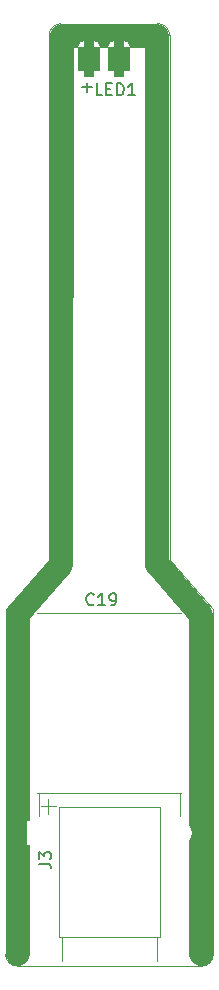
<source format=gbr>
%TF.GenerationSoftware,KiCad,Pcbnew,6.0.2-378541a8eb~116~ubuntu20.04.1*%
%TF.CreationDate,2022-02-19T19:42:59-08:00*%
%TF.ProjectId,menorah555_shamash,6d656e6f-7261-4683-9535-355f7368616d,B*%
%TF.SameCoordinates,Original*%
%TF.FileFunction,Legend,Top*%
%TF.FilePolarity,Positive*%
%FSLAX46Y46*%
G04 Gerber Fmt 4.6, Leading zero omitted, Abs format (unit mm)*
G04 Created by KiCad (PCBNEW 6.0.2-378541a8eb~116~ubuntu20.04.1) date 2022-02-19 19:42:59*
%MOMM*%
%LPD*%
G01*
G04 APERTURE LIST*
G04 Aperture macros list*
%AMRoundRect*
0 Rectangle with rounded corners*
0 $1 Rounding radius*
0 $2 $3 $4 $5 $6 $7 $8 $9 X,Y pos of 4 corners*
0 Add a 4 corners polygon primitive as box body*
4,1,4,$2,$3,$4,$5,$6,$7,$8,$9,$2,$3,0*
0 Add four circle primitives for the rounded corners*
1,1,$1+$1,$2,$3*
1,1,$1+$1,$4,$5*
1,1,$1+$1,$6,$7*
1,1,$1+$1,$8,$9*
0 Add four rect primitives between the rounded corners*
20,1,$1+$1,$2,$3,$4,$5,0*
20,1,$1+$1,$4,$5,$6,$7,0*
20,1,$1+$1,$6,$7,$8,$9,0*
20,1,$1+$1,$8,$9,$2,$3,0*%
G04 Aperture macros list end*
%ADD10C,0.150000*%
%ADD11C,2.000000*%
%TA.AperFunction,Profile*%
%ADD12C,0.050000*%
%TD*%
%ADD13C,0.120000*%
%ADD14RoundRect,0.450000X0.450000X1.050000X-0.450000X1.050000X-0.450000X-1.050000X0.450000X-1.050000X0*%
%ADD15R,2.000000X2.000000*%
%ADD16O,2.000000X2.000000*%
%ADD17R,3.200000X3.200000*%
%ADD18O,3.200000X3.200000*%
G04 APERTURE END LIST*
D10*
X112300000Y-69790000D02*
X112300000Y-70590000D01*
X112700000Y-70190000D02*
X111900000Y-70190000D01*
D11*
X106440000Y-143550000D02*
X106470000Y-114770000D01*
X106470000Y-114770000D02*
X110110000Y-110650000D01*
X118220000Y-110610000D02*
X118240000Y-65850000D01*
X121970000Y-114850000D02*
X118230000Y-110590000D01*
X118240000Y-65850000D02*
X110150000Y-65850000D01*
X110130000Y-110610000D02*
X110150000Y-65850000D01*
X121960000Y-143540000D02*
X121970000Y-114850000D01*
D12*
X110100000Y-64800000D02*
X118300000Y-64800000D01*
X119300000Y-110200000D02*
X123000000Y-114400000D01*
X109100000Y-110200000D02*
X105400000Y-114400000D01*
X109100000Y-65800000D02*
X109100000Y-110200000D01*
X110100000Y-64800000D02*
G75*
G03*
X109100000Y-65800000I-1J-999999D01*
G01*
X105400000Y-114400000D02*
X105400000Y-143600000D01*
X123000000Y-114400000D02*
X123000000Y-143600000D01*
X119300000Y-65800000D02*
X119300000Y-110200000D01*
X119300000Y-65800000D02*
G75*
G03*
X118300000Y-64800000I-999999J1D01*
G01*
X122000000Y-144600000D02*
G75*
G03*
X123000000Y-143600000I1J999999D01*
G01*
X106400000Y-144600000D02*
X122000000Y-144600000D01*
X105400000Y-143600000D02*
G75*
G03*
X106400000Y-144600000I999999J-1D01*
G01*
D10*
%TO.C,LED1*%
X113590952Y-70862380D02*
X113114761Y-70862380D01*
X113114761Y-69862380D01*
X113924285Y-70338571D02*
X114257619Y-70338571D01*
X114400476Y-70862380D02*
X113924285Y-70862380D01*
X113924285Y-69862380D01*
X114400476Y-69862380D01*
X114829047Y-70862380D02*
X114829047Y-69862380D01*
X115067142Y-69862380D01*
X115210000Y-69910000D01*
X115305238Y-70005238D01*
X115352857Y-70100476D01*
X115400476Y-70290952D01*
X115400476Y-70433809D01*
X115352857Y-70624285D01*
X115305238Y-70719523D01*
X115210000Y-70814761D01*
X115067142Y-70862380D01*
X114829047Y-70862380D01*
X116352857Y-70862380D02*
X115781428Y-70862380D01*
X116067142Y-70862380D02*
X116067142Y-69862380D01*
X115971904Y-70005238D01*
X115876666Y-70100476D01*
X115781428Y-70148095D01*
%TO.C,C19*%
X112867142Y-113947142D02*
X112819523Y-113994761D01*
X112676666Y-114042380D01*
X112581428Y-114042380D01*
X112438571Y-113994761D01*
X112343333Y-113899523D01*
X112295714Y-113804285D01*
X112248095Y-113613809D01*
X112248095Y-113470952D01*
X112295714Y-113280476D01*
X112343333Y-113185238D01*
X112438571Y-113090000D01*
X112581428Y-113042380D01*
X112676666Y-113042380D01*
X112819523Y-113090000D01*
X112867142Y-113137619D01*
X113819523Y-114042380D02*
X113248095Y-114042380D01*
X113533809Y-114042380D02*
X113533809Y-113042380D01*
X113438571Y-113185238D01*
X113343333Y-113280476D01*
X113248095Y-113328095D01*
X114295714Y-114042380D02*
X114486190Y-114042380D01*
X114581428Y-113994761D01*
X114629047Y-113947142D01*
X114724285Y-113804285D01*
X114771904Y-113613809D01*
X114771904Y-113232857D01*
X114724285Y-113137619D01*
X114676666Y-113090000D01*
X114581428Y-113042380D01*
X114390952Y-113042380D01*
X114295714Y-113090000D01*
X114248095Y-113137619D01*
X114200476Y-113232857D01*
X114200476Y-113470952D01*
X114248095Y-113566190D01*
X114295714Y-113613809D01*
X114390952Y-113661428D01*
X114581428Y-113661428D01*
X114676666Y-113613809D01*
X114724285Y-113566190D01*
X114771904Y-113470952D01*
%TO.C,J3*%
X108252380Y-135933333D02*
X108966666Y-135933333D01*
X109109523Y-135980952D01*
X109204761Y-136076190D01*
X109252380Y-136219047D01*
X109252380Y-136314285D01*
X108252380Y-135552380D02*
X108252380Y-134933333D01*
X108633333Y-135266666D01*
X108633333Y-135123809D01*
X108680952Y-135028571D01*
X108728571Y-134980952D01*
X108823809Y-134933333D01*
X109061904Y-134933333D01*
X109157142Y-134980952D01*
X109204761Y-135028571D01*
X109252380Y-135123809D01*
X109252380Y-135409523D01*
X109204761Y-135504761D01*
X109157142Y-135552380D01*
D13*
%TO.C,C19*%
X120200000Y-131860000D02*
X120200000Y-129920000D01*
X108400000Y-131075000D02*
X109650000Y-131075000D01*
X108200000Y-131860000D02*
X108200000Y-129920000D01*
X108100000Y-129920000D02*
X120300000Y-129920000D01*
X109025000Y-131700000D02*
X109025000Y-130437500D01*
X108100000Y-114680000D02*
X120300000Y-114680000D01*
%TO.C,J3*%
X109900000Y-142100000D02*
X109900000Y-131100000D01*
X109900000Y-142100000D02*
X118500000Y-142100000D01*
X118500000Y-142100000D02*
X118500000Y-131100000D01*
X110200000Y-142100000D02*
X110200000Y-144200000D01*
X118200000Y-142100000D02*
X118200000Y-144200000D01*
X109900000Y-131100000D02*
X118500000Y-131100000D01*
%TD*%
%LPC*%
D14*
%TO.C,LED1*%
X114970000Y-67800000D03*
X112430000Y-67800000D03*
%TD*%
D15*
%TO.C,C19*%
X108200000Y-133300000D03*
D16*
X120200000Y-133300000D03*
%TD*%
D17*
%TO.C,J3*%
X112200000Y-136600000D03*
D18*
X116200000Y-136600000D03*
%TD*%
M02*

</source>
